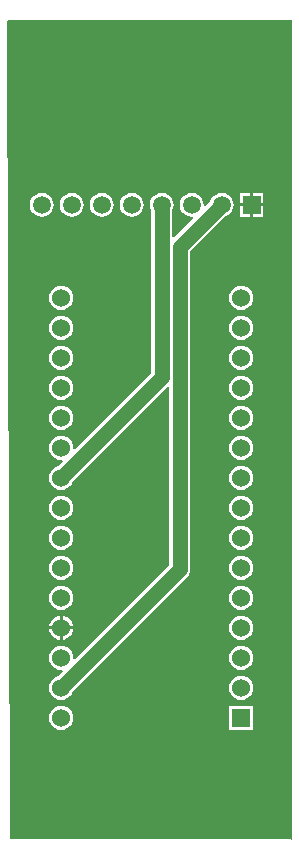
<source format=gtl>
G04*
G04 #@! TF.GenerationSoftware,Altium Limited,Altium Designer,19.1.2 (11)*
G04*
G04 Layer_Physical_Order=1*
G04 Layer_Color=255*
%FSLAX25Y25*%
%MOIN*%
G70*
G01*
G75*
%ADD16C,0.05000*%
%ADD17R,0.05906X0.05906*%
%ADD18C,0.05906*%
%ADD19C,0.06000*%
%ADD20R,0.06000X0.06000*%
G36*
X198000Y105153D02*
X197538Y104962D01*
X197500Y105000D01*
X104000D01*
X103001Y377646D01*
X103354Y378000D01*
X198000D01*
Y105153D01*
D02*
G37*
%LPC*%
G36*
X188453Y320453D02*
X185000D01*
Y317000D01*
X188453D01*
Y320453D01*
D02*
G37*
G36*
X184000D02*
X180547D01*
Y317000D01*
X184000D01*
Y320453D01*
D02*
G37*
G36*
X174500Y320487D02*
X173468Y320351D01*
X172507Y319953D01*
X171681Y319319D01*
X171047Y318493D01*
X170727Y317719D01*
X168913Y315905D01*
X168439Y316139D01*
X168487Y316500D01*
X168351Y317532D01*
X167953Y318493D01*
X167319Y319319D01*
X166493Y319953D01*
X165532Y320351D01*
X164500Y320487D01*
X163468Y320351D01*
X162507Y319953D01*
X161681Y319319D01*
X161047Y318493D01*
X160649Y317532D01*
X160513Y316500D01*
X160649Y315468D01*
X161047Y314507D01*
X161681Y313681D01*
X162507Y313047D01*
X163468Y312649D01*
X164500Y312513D01*
X164861Y312561D01*
X165095Y312087D01*
X158492Y305485D01*
X158030Y305676D01*
Y314694D01*
X158351Y315468D01*
X158487Y316500D01*
X158351Y317532D01*
X157953Y318493D01*
X157319Y319319D01*
X156493Y319953D01*
X155532Y320351D01*
X154500Y320487D01*
X153468Y320351D01*
X152507Y319953D01*
X151681Y319319D01*
X151047Y318493D01*
X150649Y317532D01*
X150513Y316500D01*
X150649Y315468D01*
X150970Y314694D01*
Y260462D01*
X125468Y234960D01*
X124994Y235194D01*
X125034Y235500D01*
X124897Y236544D01*
X124494Y237517D01*
X123853Y238353D01*
X123017Y238994D01*
X122044Y239397D01*
X121000Y239534D01*
X119956Y239397D01*
X118983Y238994D01*
X118147Y238353D01*
X117506Y237517D01*
X117103Y236544D01*
X116965Y235500D01*
X117103Y234456D01*
X117506Y233483D01*
X118147Y232647D01*
X118983Y232006D01*
X119956Y231603D01*
X121000Y231466D01*
X121306Y231506D01*
X121540Y231032D01*
X119868Y229361D01*
X118983Y228994D01*
X118147Y228353D01*
X117506Y227517D01*
X117103Y226544D01*
X116965Y225500D01*
X117103Y224456D01*
X117506Y223483D01*
X118147Y222647D01*
X118983Y222006D01*
X119956Y221603D01*
X121000Y221465D01*
X122044Y221603D01*
X123017Y222006D01*
X123853Y222647D01*
X124494Y223483D01*
X124861Y224368D01*
X156508Y256015D01*
X156970Y255824D01*
Y196462D01*
X125468Y164960D01*
X124994Y165194D01*
X125034Y165500D01*
X124897Y166544D01*
X124494Y167517D01*
X123853Y168353D01*
X123017Y168994D01*
X122044Y169397D01*
X121000Y169535D01*
X119956Y169397D01*
X118983Y168994D01*
X118147Y168353D01*
X117506Y167517D01*
X117103Y166544D01*
X116965Y165500D01*
X117103Y164456D01*
X117506Y163483D01*
X118147Y162647D01*
X118983Y162006D01*
X119956Y161603D01*
X121000Y161466D01*
X121306Y161506D01*
X121540Y161032D01*
X119868Y159361D01*
X118983Y158994D01*
X118147Y158353D01*
X117506Y157517D01*
X117103Y156544D01*
X116965Y155500D01*
X117103Y154456D01*
X117506Y153483D01*
X118147Y152647D01*
X118983Y152006D01*
X119956Y151603D01*
X121000Y151465D01*
X122044Y151603D01*
X123017Y152006D01*
X123853Y152647D01*
X124494Y153483D01*
X124861Y154368D01*
X162996Y192504D01*
X163557Y193235D01*
X163910Y194086D01*
X164030Y195000D01*
X164030Y195000D01*
Y301038D01*
X175719Y312726D01*
X176493Y313047D01*
X177319Y313681D01*
X177953Y314507D01*
X178351Y315468D01*
X178487Y316500D01*
X178351Y317532D01*
X177953Y318493D01*
X177319Y319319D01*
X176493Y319953D01*
X175532Y320351D01*
X174500Y320487D01*
D02*
G37*
G36*
X188453Y316000D02*
X185000D01*
Y312547D01*
X188453D01*
Y316000D01*
D02*
G37*
G36*
X184000D02*
X180547D01*
Y312547D01*
X184000D01*
Y316000D01*
D02*
G37*
G36*
X144500Y320487D02*
X143468Y320351D01*
X142507Y319953D01*
X141681Y319319D01*
X141047Y318493D01*
X140649Y317532D01*
X140513Y316500D01*
X140649Y315468D01*
X141047Y314507D01*
X141681Y313681D01*
X142507Y313047D01*
X143468Y312649D01*
X144500Y312513D01*
X145532Y312649D01*
X146493Y313047D01*
X147319Y313681D01*
X147953Y314507D01*
X148351Y315468D01*
X148487Y316500D01*
X148351Y317532D01*
X147953Y318493D01*
X147319Y319319D01*
X146493Y319953D01*
X145532Y320351D01*
X144500Y320487D01*
D02*
G37*
G36*
X134500D02*
X133468Y320351D01*
X132507Y319953D01*
X131681Y319319D01*
X131047Y318493D01*
X130649Y317532D01*
X130513Y316500D01*
X130649Y315468D01*
X131047Y314507D01*
X131681Y313681D01*
X132507Y313047D01*
X133468Y312649D01*
X134500Y312513D01*
X135532Y312649D01*
X136493Y313047D01*
X137319Y313681D01*
X137953Y314507D01*
X138351Y315468D01*
X138487Y316500D01*
X138351Y317532D01*
X137953Y318493D01*
X137319Y319319D01*
X136493Y319953D01*
X135532Y320351D01*
X134500Y320487D01*
D02*
G37*
G36*
X124500D02*
X123468Y320351D01*
X122507Y319953D01*
X121681Y319319D01*
X121047Y318493D01*
X120649Y317532D01*
X120513Y316500D01*
X120649Y315468D01*
X121047Y314507D01*
X121681Y313681D01*
X122507Y313047D01*
X123468Y312649D01*
X124500Y312513D01*
X125532Y312649D01*
X126493Y313047D01*
X127319Y313681D01*
X127953Y314507D01*
X128351Y315468D01*
X128487Y316500D01*
X128351Y317532D01*
X127953Y318493D01*
X127319Y319319D01*
X126493Y319953D01*
X125532Y320351D01*
X124500Y320487D01*
D02*
G37*
G36*
X114500D02*
X113468Y320351D01*
X112507Y319953D01*
X111681Y319319D01*
X111047Y318493D01*
X110649Y317532D01*
X110513Y316500D01*
X110649Y315468D01*
X111047Y314507D01*
X111681Y313681D01*
X112507Y313047D01*
X113468Y312649D01*
X114500Y312513D01*
X115532Y312649D01*
X116493Y313047D01*
X117319Y313681D01*
X117953Y314507D01*
X118351Y315468D01*
X118487Y316500D01*
X118351Y317532D01*
X117953Y318493D01*
X117319Y319319D01*
X116493Y319953D01*
X115532Y320351D01*
X114500Y320487D01*
D02*
G37*
G36*
X181000Y289534D02*
X179956Y289397D01*
X178983Y288994D01*
X178147Y288353D01*
X177506Y287517D01*
X177103Y286544D01*
X176965Y285500D01*
X177103Y284456D01*
X177506Y283483D01*
X178147Y282647D01*
X178983Y282006D01*
X179956Y281603D01*
X181000Y281466D01*
X182044Y281603D01*
X183017Y282006D01*
X183853Y282647D01*
X184494Y283483D01*
X184897Y284456D01*
X185035Y285500D01*
X184897Y286544D01*
X184494Y287517D01*
X183853Y288353D01*
X183017Y288994D01*
X182044Y289397D01*
X181000Y289534D01*
D02*
G37*
G36*
X121000D02*
X119956Y289397D01*
X118983Y288994D01*
X118147Y288353D01*
X117506Y287517D01*
X117103Y286544D01*
X116965Y285500D01*
X117103Y284456D01*
X117506Y283483D01*
X118147Y282647D01*
X118983Y282006D01*
X119956Y281603D01*
X121000Y281466D01*
X122044Y281603D01*
X123017Y282006D01*
X123853Y282647D01*
X124494Y283483D01*
X124897Y284456D01*
X125034Y285500D01*
X124897Y286544D01*
X124494Y287517D01*
X123853Y288353D01*
X123017Y288994D01*
X122044Y289397D01*
X121000Y289534D01*
D02*
G37*
G36*
X181000Y279535D02*
X179956Y279397D01*
X178983Y278994D01*
X178147Y278353D01*
X177506Y277517D01*
X177103Y276544D01*
X176965Y275500D01*
X177103Y274456D01*
X177506Y273483D01*
X178147Y272647D01*
X178983Y272006D01*
X179956Y271603D01*
X181000Y271465D01*
X182044Y271603D01*
X183017Y272006D01*
X183853Y272647D01*
X184494Y273483D01*
X184897Y274456D01*
X185035Y275500D01*
X184897Y276544D01*
X184494Y277517D01*
X183853Y278353D01*
X183017Y278994D01*
X182044Y279397D01*
X181000Y279535D01*
D02*
G37*
G36*
X121000D02*
X119956Y279397D01*
X118983Y278994D01*
X118147Y278353D01*
X117506Y277517D01*
X117103Y276544D01*
X116965Y275500D01*
X117103Y274456D01*
X117506Y273483D01*
X118147Y272647D01*
X118983Y272006D01*
X119956Y271603D01*
X121000Y271465D01*
X122044Y271603D01*
X123017Y272006D01*
X123853Y272647D01*
X124494Y273483D01*
X124897Y274456D01*
X125034Y275500D01*
X124897Y276544D01*
X124494Y277517D01*
X123853Y278353D01*
X123017Y278994D01*
X122044Y279397D01*
X121000Y279535D01*
D02*
G37*
G36*
X181000Y269534D02*
X179956Y269397D01*
X178983Y268994D01*
X178147Y268353D01*
X177506Y267517D01*
X177103Y266544D01*
X176965Y265500D01*
X177103Y264456D01*
X177506Y263483D01*
X178147Y262647D01*
X178983Y262006D01*
X179956Y261603D01*
X181000Y261466D01*
X182044Y261603D01*
X183017Y262006D01*
X183853Y262647D01*
X184494Y263483D01*
X184897Y264456D01*
X185035Y265500D01*
X184897Y266544D01*
X184494Y267517D01*
X183853Y268353D01*
X183017Y268994D01*
X182044Y269397D01*
X181000Y269534D01*
D02*
G37*
G36*
X121000D02*
X119956Y269397D01*
X118983Y268994D01*
X118147Y268353D01*
X117506Y267517D01*
X117103Y266544D01*
X116965Y265500D01*
X117103Y264456D01*
X117506Y263483D01*
X118147Y262647D01*
X118983Y262006D01*
X119956Y261603D01*
X121000Y261466D01*
X122044Y261603D01*
X123017Y262006D01*
X123853Y262647D01*
X124494Y263483D01*
X124897Y264456D01*
X125034Y265500D01*
X124897Y266544D01*
X124494Y267517D01*
X123853Y268353D01*
X123017Y268994D01*
X122044Y269397D01*
X121000Y269534D01*
D02*
G37*
G36*
X181000Y259535D02*
X179956Y259397D01*
X178983Y258994D01*
X178147Y258353D01*
X177506Y257517D01*
X177103Y256544D01*
X176965Y255500D01*
X177103Y254456D01*
X177506Y253483D01*
X178147Y252647D01*
X178983Y252006D01*
X179956Y251603D01*
X181000Y251466D01*
X182044Y251603D01*
X183017Y252006D01*
X183853Y252647D01*
X184494Y253483D01*
X184897Y254456D01*
X185035Y255500D01*
X184897Y256544D01*
X184494Y257517D01*
X183853Y258353D01*
X183017Y258994D01*
X182044Y259397D01*
X181000Y259535D01*
D02*
G37*
G36*
X121000D02*
X119956Y259397D01*
X118983Y258994D01*
X118147Y258353D01*
X117506Y257517D01*
X117103Y256544D01*
X116965Y255500D01*
X117103Y254456D01*
X117506Y253483D01*
X118147Y252647D01*
X118983Y252006D01*
X119956Y251603D01*
X121000Y251466D01*
X122044Y251603D01*
X123017Y252006D01*
X123853Y252647D01*
X124494Y253483D01*
X124897Y254456D01*
X125034Y255500D01*
X124897Y256544D01*
X124494Y257517D01*
X123853Y258353D01*
X123017Y258994D01*
X122044Y259397D01*
X121000Y259535D01*
D02*
G37*
G36*
X181000Y249535D02*
X179956Y249397D01*
X178983Y248994D01*
X178147Y248353D01*
X177506Y247517D01*
X177103Y246544D01*
X176965Y245500D01*
X177103Y244456D01*
X177506Y243483D01*
X178147Y242647D01*
X178983Y242006D01*
X179956Y241603D01*
X181000Y241465D01*
X182044Y241603D01*
X183017Y242006D01*
X183853Y242647D01*
X184494Y243483D01*
X184897Y244456D01*
X185035Y245500D01*
X184897Y246544D01*
X184494Y247517D01*
X183853Y248353D01*
X183017Y248994D01*
X182044Y249397D01*
X181000Y249535D01*
D02*
G37*
G36*
X121000D02*
X119956Y249397D01*
X118983Y248994D01*
X118147Y248353D01*
X117506Y247517D01*
X117103Y246544D01*
X116965Y245500D01*
X117103Y244456D01*
X117506Y243483D01*
X118147Y242647D01*
X118983Y242006D01*
X119956Y241603D01*
X121000Y241465D01*
X122044Y241603D01*
X123017Y242006D01*
X123853Y242647D01*
X124494Y243483D01*
X124897Y244456D01*
X125034Y245500D01*
X124897Y246544D01*
X124494Y247517D01*
X123853Y248353D01*
X123017Y248994D01*
X122044Y249397D01*
X121000Y249535D01*
D02*
G37*
G36*
X181000Y239534D02*
X179956Y239397D01*
X178983Y238994D01*
X178147Y238353D01*
X177506Y237517D01*
X177103Y236544D01*
X176965Y235500D01*
X177103Y234456D01*
X177506Y233483D01*
X178147Y232647D01*
X178983Y232006D01*
X179956Y231603D01*
X181000Y231466D01*
X182044Y231603D01*
X183017Y232006D01*
X183853Y232647D01*
X184494Y233483D01*
X184897Y234456D01*
X185035Y235500D01*
X184897Y236544D01*
X184494Y237517D01*
X183853Y238353D01*
X183017Y238994D01*
X182044Y239397D01*
X181000Y239534D01*
D02*
G37*
G36*
Y229535D02*
X179956Y229397D01*
X178983Y228994D01*
X178147Y228353D01*
X177506Y227517D01*
X177103Y226544D01*
X176965Y225500D01*
X177103Y224456D01*
X177506Y223483D01*
X178147Y222647D01*
X178983Y222006D01*
X179956Y221603D01*
X181000Y221465D01*
X182044Y221603D01*
X183017Y222006D01*
X183853Y222647D01*
X184494Y223483D01*
X184897Y224456D01*
X185035Y225500D01*
X184897Y226544D01*
X184494Y227517D01*
X183853Y228353D01*
X183017Y228994D01*
X182044Y229397D01*
X181000Y229535D01*
D02*
G37*
G36*
Y219534D02*
X179956Y219397D01*
X178983Y218994D01*
X178147Y218353D01*
X177506Y217517D01*
X177103Y216544D01*
X176965Y215500D01*
X177103Y214456D01*
X177506Y213483D01*
X178147Y212647D01*
X178983Y212006D01*
X179956Y211603D01*
X181000Y211466D01*
X182044Y211603D01*
X183017Y212006D01*
X183853Y212647D01*
X184494Y213483D01*
X184897Y214456D01*
X185035Y215500D01*
X184897Y216544D01*
X184494Y217517D01*
X183853Y218353D01*
X183017Y218994D01*
X182044Y219397D01*
X181000Y219534D01*
D02*
G37*
G36*
X121000D02*
X119956Y219397D01*
X118983Y218994D01*
X118147Y218353D01*
X117506Y217517D01*
X117103Y216544D01*
X116965Y215500D01*
X117103Y214456D01*
X117506Y213483D01*
X118147Y212647D01*
X118983Y212006D01*
X119956Y211603D01*
X121000Y211466D01*
X122044Y211603D01*
X123017Y212006D01*
X123853Y212647D01*
X124494Y213483D01*
X124897Y214456D01*
X125034Y215500D01*
X124897Y216544D01*
X124494Y217517D01*
X123853Y218353D01*
X123017Y218994D01*
X122044Y219397D01*
X121000Y219534D01*
D02*
G37*
G36*
X181000Y209535D02*
X179956Y209397D01*
X178983Y208994D01*
X178147Y208353D01*
X177506Y207517D01*
X177103Y206544D01*
X176965Y205500D01*
X177103Y204456D01*
X177506Y203483D01*
X178147Y202647D01*
X178983Y202006D01*
X179956Y201603D01*
X181000Y201466D01*
X182044Y201603D01*
X183017Y202006D01*
X183853Y202647D01*
X184494Y203483D01*
X184897Y204456D01*
X185035Y205500D01*
X184897Y206544D01*
X184494Y207517D01*
X183853Y208353D01*
X183017Y208994D01*
X182044Y209397D01*
X181000Y209535D01*
D02*
G37*
G36*
X121000D02*
X119956Y209397D01*
X118983Y208994D01*
X118147Y208353D01*
X117506Y207517D01*
X117103Y206544D01*
X116965Y205500D01*
X117103Y204456D01*
X117506Y203483D01*
X118147Y202647D01*
X118983Y202006D01*
X119956Y201603D01*
X121000Y201466D01*
X122044Y201603D01*
X123017Y202006D01*
X123853Y202647D01*
X124494Y203483D01*
X124897Y204456D01*
X125034Y205500D01*
X124897Y206544D01*
X124494Y207517D01*
X123853Y208353D01*
X123017Y208994D01*
X122044Y209397D01*
X121000Y209535D01*
D02*
G37*
G36*
X181000Y199534D02*
X179956Y199397D01*
X178983Y198994D01*
X178147Y198353D01*
X177506Y197517D01*
X177103Y196544D01*
X176965Y195500D01*
X177103Y194456D01*
X177506Y193483D01*
X178147Y192647D01*
X178983Y192006D01*
X179956Y191603D01*
X181000Y191465D01*
X182044Y191603D01*
X183017Y192006D01*
X183853Y192647D01*
X184494Y193483D01*
X184897Y194456D01*
X185035Y195500D01*
X184897Y196544D01*
X184494Y197517D01*
X183853Y198353D01*
X183017Y198994D01*
X182044Y199397D01*
X181000Y199534D01*
D02*
G37*
G36*
X121000D02*
X119956Y199397D01*
X118983Y198994D01*
X118147Y198353D01*
X117506Y197517D01*
X117103Y196544D01*
X116965Y195500D01*
X117103Y194456D01*
X117506Y193483D01*
X118147Y192647D01*
X118983Y192006D01*
X119956Y191603D01*
X121000Y191465D01*
X122044Y191603D01*
X123017Y192006D01*
X123853Y192647D01*
X124494Y193483D01*
X124897Y194456D01*
X125034Y195500D01*
X124897Y196544D01*
X124494Y197517D01*
X123853Y198353D01*
X123017Y198994D01*
X122044Y199397D01*
X121000Y199534D01*
D02*
G37*
G36*
X181000Y189534D02*
X179956Y189397D01*
X178983Y188994D01*
X178147Y188353D01*
X177506Y187517D01*
X177103Y186544D01*
X176965Y185500D01*
X177103Y184456D01*
X177506Y183483D01*
X178147Y182647D01*
X178983Y182006D01*
X179956Y181603D01*
X181000Y181465D01*
X182044Y181603D01*
X183017Y182006D01*
X183853Y182647D01*
X184494Y183483D01*
X184897Y184456D01*
X185035Y185500D01*
X184897Y186544D01*
X184494Y187517D01*
X183853Y188353D01*
X183017Y188994D01*
X182044Y189397D01*
X181000Y189534D01*
D02*
G37*
G36*
X121000D02*
X119956Y189397D01*
X118983Y188994D01*
X118147Y188353D01*
X117506Y187517D01*
X117103Y186544D01*
X116965Y185500D01*
X117103Y184456D01*
X117506Y183483D01*
X118147Y182647D01*
X118983Y182006D01*
X119956Y181603D01*
X121000Y181465D01*
X122044Y181603D01*
X123017Y182006D01*
X123853Y182647D01*
X124494Y183483D01*
X124897Y184456D01*
X125034Y185500D01*
X124897Y186544D01*
X124494Y187517D01*
X123853Y188353D01*
X123017Y188994D01*
X122044Y189397D01*
X121000Y189534D01*
D02*
G37*
G36*
X121500Y179469D02*
Y176000D01*
X124969D01*
X124897Y176544D01*
X124494Y177517D01*
X123853Y178353D01*
X123017Y178994D01*
X122044Y179397D01*
X121500Y179469D01*
D02*
G37*
G36*
X120500D02*
X119956Y179397D01*
X118983Y178994D01*
X118147Y178353D01*
X117506Y177517D01*
X117103Y176544D01*
X117031Y176000D01*
X120500D01*
Y179469D01*
D02*
G37*
G36*
X124969Y175000D02*
X121500D01*
Y171531D01*
X122044Y171603D01*
X123017Y172006D01*
X123853Y172647D01*
X124494Y173483D01*
X124897Y174456D01*
X124969Y175000D01*
D02*
G37*
G36*
X120500D02*
X117031D01*
X117103Y174456D01*
X117506Y173483D01*
X118147Y172647D01*
X118983Y172006D01*
X119956Y171603D01*
X120500Y171531D01*
Y175000D01*
D02*
G37*
G36*
X181000Y179534D02*
X179956Y179397D01*
X178983Y178994D01*
X178147Y178353D01*
X177506Y177517D01*
X177103Y176544D01*
X176965Y175500D01*
X177103Y174456D01*
X177506Y173483D01*
X178147Y172647D01*
X178983Y172006D01*
X179956Y171603D01*
X181000Y171466D01*
X182044Y171603D01*
X183017Y172006D01*
X183853Y172647D01*
X184494Y173483D01*
X184897Y174456D01*
X185035Y175500D01*
X184897Y176544D01*
X184494Y177517D01*
X183853Y178353D01*
X183017Y178994D01*
X182044Y179397D01*
X181000Y179534D01*
D02*
G37*
G36*
Y169535D02*
X179956Y169397D01*
X178983Y168994D01*
X178147Y168353D01*
X177506Y167517D01*
X177103Y166544D01*
X176965Y165500D01*
X177103Y164456D01*
X177506Y163483D01*
X178147Y162647D01*
X178983Y162006D01*
X179956Y161603D01*
X181000Y161466D01*
X182044Y161603D01*
X183017Y162006D01*
X183853Y162647D01*
X184494Y163483D01*
X184897Y164456D01*
X185035Y165500D01*
X184897Y166544D01*
X184494Y167517D01*
X183853Y168353D01*
X183017Y168994D01*
X182044Y169397D01*
X181000Y169535D01*
D02*
G37*
G36*
Y159535D02*
X179956Y159397D01*
X178983Y158994D01*
X178147Y158353D01*
X177506Y157517D01*
X177103Y156544D01*
X176965Y155500D01*
X177103Y154456D01*
X177506Y153483D01*
X178147Y152647D01*
X178983Y152006D01*
X179956Y151603D01*
X181000Y151465D01*
X182044Y151603D01*
X183017Y152006D01*
X183853Y152647D01*
X184494Y153483D01*
X184897Y154456D01*
X185035Y155500D01*
X184897Y156544D01*
X184494Y157517D01*
X183853Y158353D01*
X183017Y158994D01*
X182044Y159397D01*
X181000Y159535D01*
D02*
G37*
G36*
X185000Y149500D02*
X177000D01*
Y141500D01*
X185000D01*
Y149500D01*
D02*
G37*
G36*
X121000Y149534D02*
X119956Y149397D01*
X118983Y148994D01*
X118147Y148353D01*
X117506Y147517D01*
X117103Y146544D01*
X116965Y145500D01*
X117103Y144456D01*
X117506Y143483D01*
X118147Y142647D01*
X118983Y142006D01*
X119956Y141603D01*
X121000Y141465D01*
X122044Y141603D01*
X123017Y142006D01*
X123853Y142647D01*
X124494Y143483D01*
X124897Y144456D01*
X125034Y145500D01*
X124897Y146544D01*
X124494Y147517D01*
X123853Y148353D01*
X123017Y148994D01*
X122044Y149397D01*
X121000Y149534D01*
D02*
G37*
%LPD*%
D16*
X154500Y259000D02*
Y316500D01*
X121000Y225500D02*
X154500Y259000D01*
X160500Y302500D02*
X174500Y316500D01*
X160500Y195000D02*
Y302500D01*
X121000Y155500D02*
X160500Y195000D01*
D17*
X184500Y316500D02*
D03*
D18*
X174500D02*
D03*
X164500D02*
D03*
X154500D02*
D03*
X144500D02*
D03*
X134500D02*
D03*
X124500D02*
D03*
X114500D02*
D03*
D19*
X181000Y265500D02*
D03*
Y255500D02*
D03*
Y245500D02*
D03*
Y235500D02*
D03*
Y225500D02*
D03*
Y215500D02*
D03*
Y205500D02*
D03*
Y195500D02*
D03*
Y185500D02*
D03*
Y175500D02*
D03*
Y165500D02*
D03*
Y155500D02*
D03*
X121000Y145500D02*
D03*
X181000Y275500D02*
D03*
Y285500D02*
D03*
X121000Y155500D02*
D03*
Y165500D02*
D03*
Y175500D02*
D03*
Y185500D02*
D03*
Y195500D02*
D03*
Y205500D02*
D03*
Y215500D02*
D03*
Y225500D02*
D03*
Y235500D02*
D03*
Y265500D02*
D03*
Y245500D02*
D03*
Y255500D02*
D03*
Y275500D02*
D03*
Y285500D02*
D03*
D20*
X181000Y145500D02*
D03*
M02*

</source>
